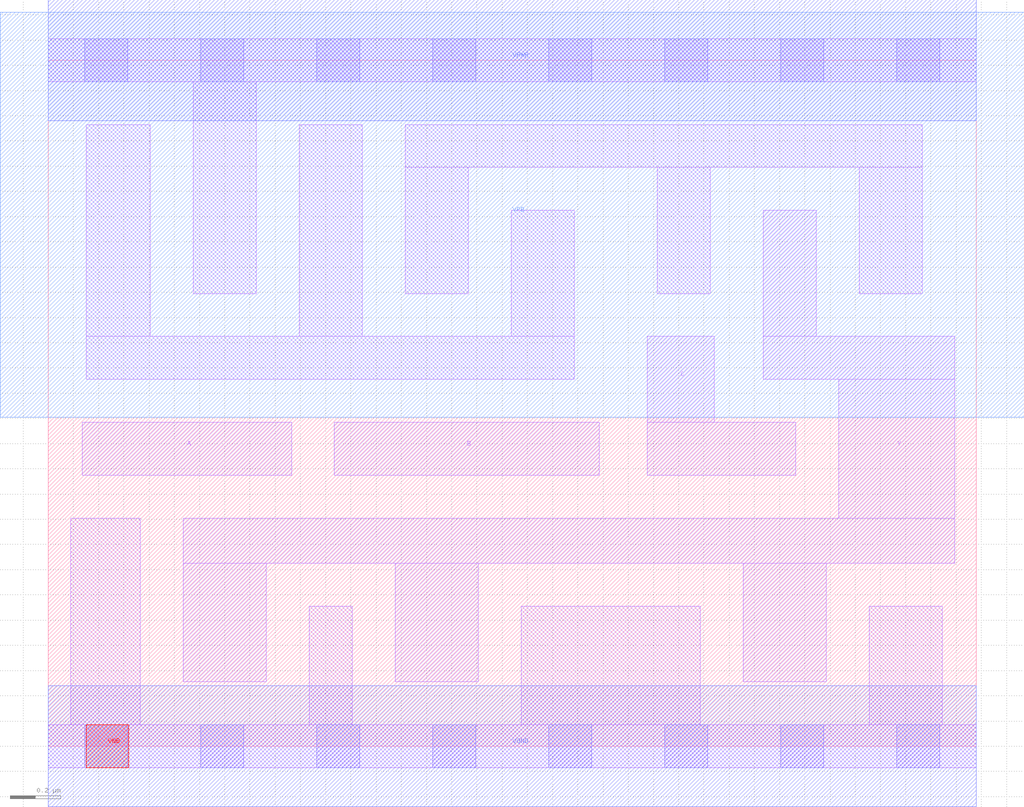
<source format=lef>
# Copyright 2020 The SkyWater PDK Authors
#
# Licensed under the Apache License, Version 2.0 (the "License");
# you may not use this file except in compliance with the License.
# You may obtain a copy of the License at
#
#     https://www.apache.org/licenses/LICENSE-2.0
#
# Unless required by applicable law or agreed to in writing, software
# distributed under the License is distributed on an "AS IS" BASIS,
# WITHOUT WARRANTIES OR CONDITIONS OF ANY KIND, either express or implied.
# See the License for the specific language governing permissions and
# limitations under the License.
#
# SPDX-License-Identifier: Apache-2.0

VERSION 5.7 ;
  NOWIREEXTENSIONATPIN ON ;
  DIVIDERCHAR "/" ;
  BUSBITCHARS "[]" ;
MACRO sky130_fd_sc_hd__nor3_2
  CLASS CORE ;
  FOREIGN sky130_fd_sc_hd__nor3_2 ;
  ORIGIN  0.000000  0.000000 ;
  SIZE  3.680000 BY  2.720000 ;
  SYMMETRY X Y R90 ;
  SITE unithd ;
  PIN A
    ANTENNAGATEAREA  0.495000 ;
    DIRECTION INPUT ;
    USE SIGNAL ;
    PORT
      LAYER li1 ;
        RECT 0.135000 1.075000 0.965000 1.285000 ;
    END
  END A
  PIN B
    ANTENNAGATEAREA  0.495000 ;
    DIRECTION INPUT ;
    USE SIGNAL ;
    PORT
      LAYER li1 ;
        RECT 1.135000 1.075000 2.185000 1.285000 ;
    END
  END B
  PIN C
    ANTENNAGATEAREA  0.495000 ;
    DIRECTION INPUT ;
    USE SIGNAL ;
    PORT
      LAYER li1 ;
        RECT 2.375000 1.075000 2.965000 1.285000 ;
        RECT 2.375000 1.285000 2.640000 1.625000 ;
    END
  END C
  PIN Y
    ANTENNADIFFAREA  0.796500 ;
    DIRECTION OUTPUT ;
    USE SIGNAL ;
    PORT
      LAYER li1 ;
        RECT 0.535000 0.255000 0.865000 0.725000 ;
        RECT 0.535000 0.725000 3.595000 0.905000 ;
        RECT 1.375000 0.255000 1.705000 0.725000 ;
        RECT 2.755000 0.255000 3.085000 0.725000 ;
        RECT 2.835000 1.455000 3.595000 1.625000 ;
        RECT 2.835000 1.625000 3.045000 2.125000 ;
        RECT 3.135000 0.905000 3.595000 1.455000 ;
    END
  END Y
  PIN VGND
    DIRECTION INOUT ;
    SHAPE ABUTMENT ;
    USE GROUND ;
    PORT
      LAYER met1 ;
        RECT 0.000000 -0.240000 3.680000 0.240000 ;
    END
  END VGND
  PIN VNB
    DIRECTION INOUT ;
    USE GROUND ;
    PORT
      LAYER pwell ;
        RECT 0.150000 -0.085000 0.320000 0.085000 ;
    END
  END VNB
  PIN VPB
    DIRECTION INOUT ;
    USE POWER ;
    PORT
      LAYER nwell ;
        RECT -0.190000 1.305000 3.870000 2.910000 ;
    END
  END VPB
  PIN VPWR
    DIRECTION INOUT ;
    SHAPE ABUTMENT ;
    USE POWER ;
    PORT
      LAYER met1 ;
        RECT 0.000000 2.480000 3.680000 2.960000 ;
    END
  END VPWR
  OBS
    LAYER li1 ;
      RECT 0.000000 -0.085000 3.680000 0.085000 ;
      RECT 0.000000  2.635000 3.680000 2.805000 ;
      RECT 0.090000  0.085000 0.365000 0.905000 ;
      RECT 0.150000  1.455000 2.085000 1.625000 ;
      RECT 0.150000  1.625000 0.405000 2.465000 ;
      RECT 0.575000  1.795000 0.825000 2.635000 ;
      RECT 0.995000  1.625000 1.245000 2.465000 ;
      RECT 1.035000  0.085000 1.205000 0.555000 ;
      RECT 1.415000  1.795000 1.665000 2.295000 ;
      RECT 1.415000  2.295000 3.465000 2.465000 ;
      RECT 1.835000  1.625000 2.085000 2.125000 ;
      RECT 1.875000  0.085000 2.585000 0.555000 ;
      RECT 2.415000  1.795000 2.625000 2.295000 ;
      RECT 3.215000  1.795000 3.465000 2.295000 ;
      RECT 3.255000  0.085000 3.545000 0.555000 ;
    LAYER mcon ;
      RECT 0.145000 -0.085000 0.315000 0.085000 ;
      RECT 0.145000  2.635000 0.315000 2.805000 ;
      RECT 0.605000 -0.085000 0.775000 0.085000 ;
      RECT 0.605000  2.635000 0.775000 2.805000 ;
      RECT 1.065000 -0.085000 1.235000 0.085000 ;
      RECT 1.065000  2.635000 1.235000 2.805000 ;
      RECT 1.525000 -0.085000 1.695000 0.085000 ;
      RECT 1.525000  2.635000 1.695000 2.805000 ;
      RECT 1.985000 -0.085000 2.155000 0.085000 ;
      RECT 1.985000  2.635000 2.155000 2.805000 ;
      RECT 2.445000 -0.085000 2.615000 0.085000 ;
      RECT 2.445000  2.635000 2.615000 2.805000 ;
      RECT 2.905000 -0.085000 3.075000 0.085000 ;
      RECT 2.905000  2.635000 3.075000 2.805000 ;
      RECT 3.365000 -0.085000 3.535000 0.085000 ;
      RECT 3.365000  2.635000 3.535000 2.805000 ;
  END
END sky130_fd_sc_hd__nor3_2
END LIBRARY

</source>
